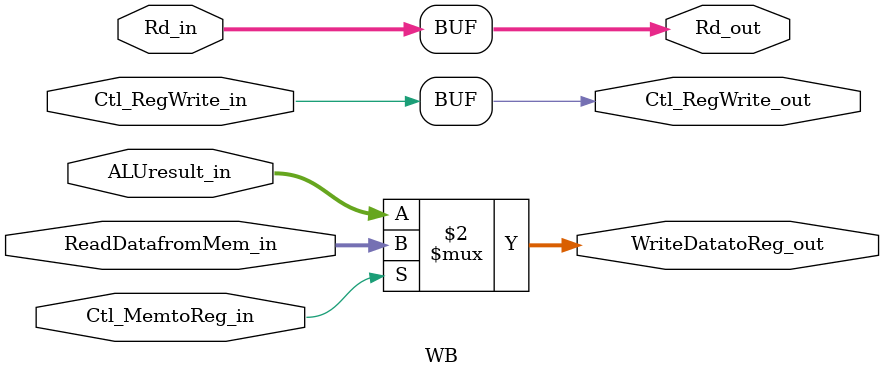
<source format=v>
`timescale 1ns / 1ps
module WB(
	// control signal
	input 		Ctl_RegWrite_in, 	Ctl_MemtoReg_in,
	output reg 	Ctl_RegWrite_out, 
	//
	input 		[ 4:0] Rd_in,
	input 		[31:0] ReadDatafromMem_in, ALUresult_in,
	output reg 	[ 4:0] Rd_out,
	output reg 	[31:0] WriteDatatoReg_out
	);	

	always @(*) begin 
		Ctl_RegWrite_out <= Ctl_RegWrite_in;
		Rd_out <= Rd_in;
		
		WriteDatatoReg_out <= Ctl_MemtoReg_in ? ReadDatafromMem_in : ALUresult_in;
	end 
endmodule


	
</source>
